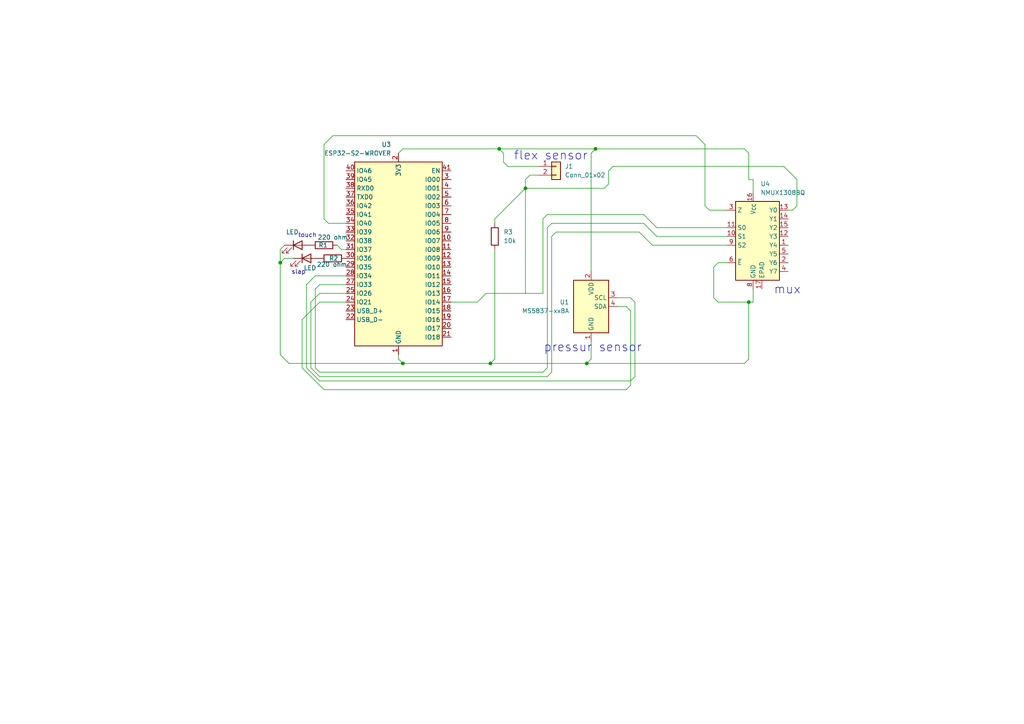
<source format=kicad_sch>
(kicad_sch
	(version 20250114)
	(generator "eeschema")
	(generator_version "9.0")
	(uuid "4ef4c988-4f74-4596-b623-2a6250784810")
	(paper "A4")
	(lib_symbols
		(symbol "Analog_Switch:NMUX1308BQ"
			(exclude_from_sim no)
			(in_bom yes)
			(on_board yes)
			(property "Reference" "U"
				(at -5.08 11.684 0)
				(effects
					(font
						(size 1.27 1.27)
					)
					(justify left)
				)
			)
			(property "Value" "NMUX1308BQ"
				(at 1.27 11.684 0)
				(effects
					(font
						(size 1.27 1.27)
					)
					(justify left)
				)
			)
			(property "Footprint" "Package_DFN_QFN:DHVQFN-16-1EP_2.5x3.5mm_P0.5mm_EP1x2mm"
				(at 0 -22.86 0)
				(effects
					(font
						(size 1.27 1.27)
						(italic yes)
					)
					(hide yes)
				)
			)
			(property "Datasheet" "https://assets.nexperia.com/documents/data-sheet/NMUX1308.pdf"
				(at 0 -24.892 0)
				(effects
					(font
						(size 1.27 1.27)
					)
					(hide yes)
				)
			)
			(property "Description" "8-channel analog switch multiplexer and demultiplexer with injection-current control, 1.5..5.5V supply voltage, DHVQFN-16"
				(at 0 -20.828 0)
				(effects
					(font
						(size 1.27 1.27)
					)
					(hide yes)
				)
			)
			(property "ki_keywords" "mux demux CMOS 4851 4051 NMUX1308BQ-Q100"
				(at 0 0 0)
				(effects
					(font
						(size 1.27 1.27)
					)
					(hide yes)
				)
			)
			(property "ki_fp_filters" "DHVQFN*2.5x3.5mm*P0.5mm*EP1*x2*"
				(at 0 0 0)
				(effects
					(font
						(size 1.27 1.27)
					)
					(hide yes)
				)
			)
			(symbol "NMUX1308BQ_0_1"
				(rectangle
					(start -5.08 10.16)
					(end 7.62 -12.7)
					(stroke
						(width 0.254)
						(type default)
					)
					(fill
						(type background)
					)
				)
			)
			(symbol "NMUX1308BQ_1_1"
				(pin passive line
					(at -7.62 7.62 0)
					(length 2.54)
					(name "Z"
						(effects
							(font
								(size 1.27 1.27)
							)
						)
					)
					(number "3"
						(effects
							(font
								(size 1.27 1.27)
							)
						)
					)
				)
				(pin input line
					(at -7.62 2.54 0)
					(length 2.54)
					(name "S0"
						(effects
							(font
								(size 1.27 1.27)
							)
						)
					)
					(number "11"
						(effects
							(font
								(size 1.27 1.27)
							)
						)
					)
				)
				(pin input line
					(at -7.62 0 0)
					(length 2.54)
					(name "S1"
						(effects
							(font
								(size 1.27 1.27)
							)
						)
					)
					(number "10"
						(effects
							(font
								(size 1.27 1.27)
							)
						)
					)
				)
				(pin input line
					(at -7.62 -2.54 0)
					(length 2.54)
					(name "S2"
						(effects
							(font
								(size 1.27 1.27)
							)
						)
					)
					(number "9"
						(effects
							(font
								(size 1.27 1.27)
							)
						)
					)
				)
				(pin input line
					(at -7.62 -7.62 0)
					(length 2.54)
					(name "~{E}"
						(effects
							(font
								(size 1.27 1.27)
							)
						)
					)
					(number "6"
						(effects
							(font
								(size 1.27 1.27)
							)
						)
					)
				)
				(pin no_connect line
					(at -5.08 -5.08 0)
					(length 2.54)
					(hide yes)
					(name "NC"
						(effects
							(font
								(size 1.27 1.27)
							)
						)
					)
					(number "7"
						(effects
							(font
								(size 1.27 1.27)
							)
						)
					)
				)
				(pin power_in line
					(at 0 12.7 270)
					(length 2.54)
					(name "V_{CC}"
						(effects
							(font
								(size 1.27 1.27)
							)
						)
					)
					(number "16"
						(effects
							(font
								(size 1.27 1.27)
							)
						)
					)
				)
				(pin power_in line
					(at 0 -15.24 90)
					(length 2.54)
					(name "GND"
						(effects
							(font
								(size 1.27 1.27)
							)
						)
					)
					(number "8"
						(effects
							(font
								(size 1.27 1.27)
							)
						)
					)
				)
				(pin power_in line
					(at 2.54 -15.24 90)
					(length 2.54)
					(name "EPAD"
						(effects
							(font
								(size 1.27 1.27)
							)
						)
					)
					(number "17"
						(effects
							(font
								(size 1.27 1.27)
							)
						)
					)
				)
				(pin passive line
					(at 10.16 7.62 180)
					(length 2.54)
					(name "Y0"
						(effects
							(font
								(size 1.27 1.27)
							)
						)
					)
					(number "13"
						(effects
							(font
								(size 1.27 1.27)
							)
						)
					)
				)
				(pin passive line
					(at 10.16 5.08 180)
					(length 2.54)
					(name "Y1"
						(effects
							(font
								(size 1.27 1.27)
							)
						)
					)
					(number "14"
						(effects
							(font
								(size 1.27 1.27)
							)
						)
					)
				)
				(pin passive line
					(at 10.16 2.54 180)
					(length 2.54)
					(name "Y2"
						(effects
							(font
								(size 1.27 1.27)
							)
						)
					)
					(number "15"
						(effects
							(font
								(size 1.27 1.27)
							)
						)
					)
				)
				(pin passive line
					(at 10.16 0 180)
					(length 2.54)
					(name "Y3"
						(effects
							(font
								(size 1.27 1.27)
							)
						)
					)
					(number "12"
						(effects
							(font
								(size 1.27 1.27)
							)
						)
					)
				)
				(pin passive line
					(at 10.16 -2.54 180)
					(length 2.54)
					(name "Y4"
						(effects
							(font
								(size 1.27 1.27)
							)
						)
					)
					(number "1"
						(effects
							(font
								(size 1.27 1.27)
							)
						)
					)
				)
				(pin passive line
					(at 10.16 -5.08 180)
					(length 2.54)
					(name "Y5"
						(effects
							(font
								(size 1.27 1.27)
							)
						)
					)
					(number "5"
						(effects
							(font
								(size 1.27 1.27)
							)
						)
					)
				)
				(pin passive line
					(at 10.16 -7.62 180)
					(length 2.54)
					(name "Y6"
						(effects
							(font
								(size 1.27 1.27)
							)
						)
					)
					(number "2"
						(effects
							(font
								(size 1.27 1.27)
							)
						)
					)
				)
				(pin passive line
					(at 10.16 -10.16 180)
					(length 2.54)
					(name "Y7"
						(effects
							(font
								(size 1.27 1.27)
							)
						)
					)
					(number "4"
						(effects
							(font
								(size 1.27 1.27)
							)
						)
					)
				)
			)
			(embedded_fonts no)
		)
		(symbol "Connector_Generic:Conn_01x02"
			(pin_names
				(offset 1.016)
				(hide yes)
			)
			(exclude_from_sim no)
			(in_bom yes)
			(on_board yes)
			(property "Reference" "J"
				(at 0 2.54 0)
				(effects
					(font
						(size 1.27 1.27)
					)
				)
			)
			(property "Value" "Conn_01x02"
				(at 0 -5.08 0)
				(effects
					(font
						(size 1.27 1.27)
					)
				)
			)
			(property "Footprint" ""
				(at 0 0 0)
				(effects
					(font
						(size 1.27 1.27)
					)
					(hide yes)
				)
			)
			(property "Datasheet" "~"
				(at 0 0 0)
				(effects
					(font
						(size 1.27 1.27)
					)
					(hide yes)
				)
			)
			(property "Description" "Generic connector, single row, 01x02, script generated (kicad-library-utils/schlib/autogen/connector/)"
				(at 0 0 0)
				(effects
					(font
						(size 1.27 1.27)
					)
					(hide yes)
				)
			)
			(property "ki_keywords" "connector"
				(at 0 0 0)
				(effects
					(font
						(size 1.27 1.27)
					)
					(hide yes)
				)
			)
			(property "ki_fp_filters" "Connector*:*_1x??_*"
				(at 0 0 0)
				(effects
					(font
						(size 1.27 1.27)
					)
					(hide yes)
				)
			)
			(symbol "Conn_01x02_1_1"
				(rectangle
					(start -1.27 1.27)
					(end 1.27 -3.81)
					(stroke
						(width 0.254)
						(type default)
					)
					(fill
						(type background)
					)
				)
				(rectangle
					(start -1.27 0.127)
					(end 0 -0.127)
					(stroke
						(width 0.1524)
						(type default)
					)
					(fill
						(type none)
					)
				)
				(rectangle
					(start -1.27 -2.413)
					(end 0 -2.667)
					(stroke
						(width 0.1524)
						(type default)
					)
					(fill
						(type none)
					)
				)
				(pin passive line
					(at -5.08 0 0)
					(length 3.81)
					(name "Pin_1"
						(effects
							(font
								(size 1.27 1.27)
							)
						)
					)
					(number "1"
						(effects
							(font
								(size 1.27 1.27)
							)
						)
					)
				)
				(pin passive line
					(at -5.08 -2.54 0)
					(length 3.81)
					(name "Pin_2"
						(effects
							(font
								(size 1.27 1.27)
							)
						)
					)
					(number "2"
						(effects
							(font
								(size 1.27 1.27)
							)
						)
					)
				)
			)
			(embedded_fonts no)
		)
		(symbol "Device:LED"
			(pin_numbers
				(hide yes)
			)
			(pin_names
				(offset 1.016)
				(hide yes)
			)
			(exclude_from_sim no)
			(in_bom yes)
			(on_board yes)
			(property "Reference" "D"
				(at 0 2.54 0)
				(effects
					(font
						(size 1.27 1.27)
					)
				)
			)
			(property "Value" "LED"
				(at 0 -2.54 0)
				(effects
					(font
						(size 1.27 1.27)
					)
				)
			)
			(property "Footprint" ""
				(at 0 0 0)
				(effects
					(font
						(size 1.27 1.27)
					)
					(hide yes)
				)
			)
			(property "Datasheet" "~"
				(at 0 0 0)
				(effects
					(font
						(size 1.27 1.27)
					)
					(hide yes)
				)
			)
			(property "Description" "Light emitting diode"
				(at 0 0 0)
				(effects
					(font
						(size 1.27 1.27)
					)
					(hide yes)
				)
			)
			(property "Sim.Pins" "1=K 2=A"
				(at 0 0 0)
				(effects
					(font
						(size 1.27 1.27)
					)
					(hide yes)
				)
			)
			(property "ki_keywords" "LED diode"
				(at 0 0 0)
				(effects
					(font
						(size 1.27 1.27)
					)
					(hide yes)
				)
			)
			(property "ki_fp_filters" "LED* LED_SMD:* LED_THT:*"
				(at 0 0 0)
				(effects
					(font
						(size 1.27 1.27)
					)
					(hide yes)
				)
			)
			(symbol "LED_0_1"
				(polyline
					(pts
						(xy -3.048 -0.762) (xy -4.572 -2.286) (xy -3.81 -2.286) (xy -4.572 -2.286) (xy -4.572 -1.524)
					)
					(stroke
						(width 0)
						(type default)
					)
					(fill
						(type none)
					)
				)
				(polyline
					(pts
						(xy -1.778 -0.762) (xy -3.302 -2.286) (xy -2.54 -2.286) (xy -3.302 -2.286) (xy -3.302 -1.524)
					)
					(stroke
						(width 0)
						(type default)
					)
					(fill
						(type none)
					)
				)
				(polyline
					(pts
						(xy -1.27 0) (xy 1.27 0)
					)
					(stroke
						(width 0)
						(type default)
					)
					(fill
						(type none)
					)
				)
				(polyline
					(pts
						(xy -1.27 -1.27) (xy -1.27 1.27)
					)
					(stroke
						(width 0.254)
						(type default)
					)
					(fill
						(type none)
					)
				)
				(polyline
					(pts
						(xy 1.27 -1.27) (xy 1.27 1.27) (xy -1.27 0) (xy 1.27 -1.27)
					)
					(stroke
						(width 0.254)
						(type default)
					)
					(fill
						(type none)
					)
				)
			)
			(symbol "LED_1_1"
				(pin passive line
					(at -3.81 0 0)
					(length 2.54)
					(name "K"
						(effects
							(font
								(size 1.27 1.27)
							)
						)
					)
					(number "1"
						(effects
							(font
								(size 1.27 1.27)
							)
						)
					)
				)
				(pin passive line
					(at 3.81 0 180)
					(length 2.54)
					(name "A"
						(effects
							(font
								(size 1.27 1.27)
							)
						)
					)
					(number "2"
						(effects
							(font
								(size 1.27 1.27)
							)
						)
					)
				)
			)
			(embedded_fonts no)
		)
		(symbol "Device:R"
			(pin_numbers
				(hide yes)
			)
			(pin_names
				(offset 0)
			)
			(exclude_from_sim no)
			(in_bom yes)
			(on_board yes)
			(property "Reference" "R"
				(at 2.032 0 90)
				(effects
					(font
						(size 1.27 1.27)
					)
				)
			)
			(property "Value" "R"
				(at 0 0 90)
				(effects
					(font
						(size 1.27 1.27)
					)
				)
			)
			(property "Footprint" ""
				(at -1.778 0 90)
				(effects
					(font
						(size 1.27 1.27)
					)
					(hide yes)
				)
			)
			(property "Datasheet" "~"
				(at 0 0 0)
				(effects
					(font
						(size 1.27 1.27)
					)
					(hide yes)
				)
			)
			(property "Description" "Resistor"
				(at 0 0 0)
				(effects
					(font
						(size 1.27 1.27)
					)
					(hide yes)
				)
			)
			(property "ki_keywords" "R res resistor"
				(at 0 0 0)
				(effects
					(font
						(size 1.27 1.27)
					)
					(hide yes)
				)
			)
			(property "ki_fp_filters" "R_*"
				(at 0 0 0)
				(effects
					(font
						(size 1.27 1.27)
					)
					(hide yes)
				)
			)
			(symbol "R_0_1"
				(rectangle
					(start -1.016 -2.54)
					(end 1.016 2.54)
					(stroke
						(width 0.254)
						(type default)
					)
					(fill
						(type none)
					)
				)
			)
			(symbol "R_1_1"
				(pin passive line
					(at 0 3.81 270)
					(length 1.27)
					(name "~"
						(effects
							(font
								(size 1.27 1.27)
							)
						)
					)
					(number "1"
						(effects
							(font
								(size 1.27 1.27)
							)
						)
					)
				)
				(pin passive line
					(at 0 -3.81 90)
					(length 1.27)
					(name "~"
						(effects
							(font
								(size 1.27 1.27)
							)
						)
					)
					(number "2"
						(effects
							(font
								(size 1.27 1.27)
							)
						)
					)
				)
			)
			(embedded_fonts no)
		)
		(symbol "RF_Module:ESP32-S2-WROVER"
			(exclude_from_sim no)
			(in_bom yes)
			(on_board yes)
			(property "Reference" "U"
				(at -12.7 29.21 0)
				(effects
					(font
						(size 1.27 1.27)
					)
					(justify left)
				)
			)
			(property "Value" "ESP32-S2-WROVER"
				(at 2.54 29.21 0)
				(effects
					(font
						(size 1.27 1.27)
					)
					(justify left)
				)
			)
			(property "Footprint" "RF_Module:ESP32-S2-WROVER"
				(at 19.05 -29.21 0)
				(effects
					(font
						(size 1.27 1.27)
					)
					(hide yes)
				)
			)
			(property "Datasheet" "https://www.espressif.com/sites/default/files/documentation/esp32-s2-wroom_esp32-s2-wroom-i_datasheet_en.pdf"
				(at -7.62 -20.32 0)
				(effects
					(font
						(size 1.27 1.27)
					)
					(hide yes)
				)
			)
			(property "Description" "RF Module, ESP32-D0WDQ6 SoC, Wi-Fi 802.11b/g/n, 32-bit, 2.7-3.6V, onboard antenna, SMD"
				(at 0 0 0)
				(effects
					(font
						(size 1.27 1.27)
					)
					(hide yes)
				)
			)
			(property "ki_keywords" "RF Radio ESP ESP32 Espressif onboard PCB antenna"
				(at 0 0 0)
				(effects
					(font
						(size 1.27 1.27)
					)
					(hide yes)
				)
			)
			(property "ki_fp_filters" "ESP32?S2?WROVER*"
				(at 0 0 0)
				(effects
					(font
						(size 1.27 1.27)
					)
					(hide yes)
				)
			)
			(symbol "ESP32-S2-WROVER_0_1"
				(rectangle
					(start -12.7 27.94)
					(end 12.7 -25.4)
					(stroke
						(width 0.254)
						(type default)
					)
					(fill
						(type background)
					)
				)
			)
			(symbol "ESP32-S2-WROVER_1_1"
				(pin input line
					(at -15.24 25.4 0)
					(length 2.54)
					(name "EN"
						(effects
							(font
								(size 1.27 1.27)
							)
						)
					)
					(number "41"
						(effects
							(font
								(size 1.27 1.27)
							)
						)
					)
				)
				(pin bidirectional line
					(at -15.24 22.86 0)
					(length 2.54)
					(name "IO00"
						(effects
							(font
								(size 1.27 1.27)
							)
						)
					)
					(number "3"
						(effects
							(font
								(size 1.27 1.27)
							)
						)
					)
				)
				(pin bidirectional line
					(at -15.24 20.32 0)
					(length 2.54)
					(name "IO01"
						(effects
							(font
								(size 1.27 1.27)
							)
						)
					)
					(number "4"
						(effects
							(font
								(size 1.27 1.27)
							)
						)
					)
				)
				(pin bidirectional line
					(at -15.24 17.78 0)
					(length 2.54)
					(name "IO02"
						(effects
							(font
								(size 1.27 1.27)
							)
						)
					)
					(number "5"
						(effects
							(font
								(size 1.27 1.27)
							)
						)
					)
				)
				(pin bidirectional line
					(at -15.24 15.24 0)
					(length 2.54)
					(name "IO03"
						(effects
							(font
								(size 1.27 1.27)
							)
						)
					)
					(number "6"
						(effects
							(font
								(size 1.27 1.27)
							)
						)
					)
				)
				(pin bidirectional line
					(at -15.24 12.7 0)
					(length 2.54)
					(name "IO04"
						(effects
							(font
								(size 1.27 1.27)
							)
						)
					)
					(number "7"
						(effects
							(font
								(size 1.27 1.27)
							)
						)
					)
				)
				(pin bidirectional line
					(at -15.24 10.16 0)
					(length 2.54)
					(name "IO05"
						(effects
							(font
								(size 1.27 1.27)
							)
						)
					)
					(number "8"
						(effects
							(font
								(size 1.27 1.27)
							)
						)
					)
				)
				(pin bidirectional line
					(at -15.24 7.62 0)
					(length 2.54)
					(name "IO06"
						(effects
							(font
								(size 1.27 1.27)
							)
						)
					)
					(number "9"
						(effects
							(font
								(size 1.27 1.27)
							)
						)
					)
				)
				(pin bidirectional line
					(at -15.24 5.08 0)
					(length 2.54)
					(name "IO07"
						(effects
							(font
								(size 1.27 1.27)
							)
						)
					)
					(number "10"
						(effects
							(font
								(size 1.27 1.27)
							)
						)
					)
				)
				(pin bidirectional line
					(at -15.24 2.54 0)
					(length 2.54)
					(name "IO08"
						(effects
							(font
								(size 1.27 1.27)
							)
						)
					)
					(number "11"
						(effects
							(font
								(size 1.27 1.27)
							)
						)
					)
				)
				(pin bidirectional line
					(at -15.24 0 0)
					(length 2.54)
					(name "IO09"
						(effects
							(font
								(size 1.27 1.27)
							)
						)
					)
					(number "12"
						(effects
							(font
								(size 1.27 1.27)
							)
						)
					)
				)
				(pin bidirectional line
					(at -15.24 -2.54 0)
					(length 2.54)
					(name "IO10"
						(effects
							(font
								(size 1.27 1.27)
							)
						)
					)
					(number "13"
						(effects
							(font
								(size 1.27 1.27)
							)
						)
					)
				)
				(pin bidirectional line
					(at -15.24 -5.08 0)
					(length 2.54)
					(name "IO11"
						(effects
							(font
								(size 1.27 1.27)
							)
						)
					)
					(number "14"
						(effects
							(font
								(size 1.27 1.27)
							)
						)
					)
				)
				(pin bidirectional line
					(at -15.24 -7.62 0)
					(length 2.54)
					(name "IO12"
						(effects
							(font
								(size 1.27 1.27)
							)
						)
					)
					(number "15"
						(effects
							(font
								(size 1.27 1.27)
							)
						)
					)
				)
				(pin bidirectional line
					(at -15.24 -10.16 0)
					(length 2.54)
					(name "IO13"
						(effects
							(font
								(size 1.27 1.27)
							)
						)
					)
					(number "16"
						(effects
							(font
								(size 1.27 1.27)
							)
						)
					)
				)
				(pin bidirectional line
					(at -15.24 -12.7 0)
					(length 2.54)
					(name "IO14"
						(effects
							(font
								(size 1.27 1.27)
							)
						)
					)
					(number "17"
						(effects
							(font
								(size 1.27 1.27)
							)
						)
					)
				)
				(pin bidirectional line
					(at -15.24 -15.24 0)
					(length 2.54)
					(name "IO15"
						(effects
							(font
								(size 1.27 1.27)
							)
						)
					)
					(number "18"
						(effects
							(font
								(size 1.27 1.27)
							)
						)
					)
				)
				(pin bidirectional line
					(at -15.24 -17.78 0)
					(length 2.54)
					(name "IO16"
						(effects
							(font
								(size 1.27 1.27)
							)
						)
					)
					(number "19"
						(effects
							(font
								(size 1.27 1.27)
							)
						)
					)
				)
				(pin bidirectional line
					(at -15.24 -20.32 0)
					(length 2.54)
					(name "IO17"
						(effects
							(font
								(size 1.27 1.27)
							)
						)
					)
					(number "20"
						(effects
							(font
								(size 1.27 1.27)
							)
						)
					)
				)
				(pin bidirectional line
					(at -15.24 -22.86 0)
					(length 2.54)
					(name "IO18"
						(effects
							(font
								(size 1.27 1.27)
							)
						)
					)
					(number "21"
						(effects
							(font
								(size 1.27 1.27)
							)
						)
					)
				)
				(pin power_in line
					(at 0 30.48 270)
					(length 2.54)
					(name "3V3"
						(effects
							(font
								(size 1.27 1.27)
							)
						)
					)
					(number "2"
						(effects
							(font
								(size 1.27 1.27)
							)
						)
					)
				)
				(pin power_in line
					(at 0 -27.94 90)
					(length 2.54)
					(name "GND"
						(effects
							(font
								(size 1.27 1.27)
							)
						)
					)
					(number "1"
						(effects
							(font
								(size 1.27 1.27)
							)
						)
					)
				)
				(pin passive line
					(at 0 -27.94 90)
					(length 2.54)
					(hide yes)
					(name "GND"
						(effects
							(font
								(size 1.27 1.27)
							)
						)
					)
					(number "26"
						(effects
							(font
								(size 1.27 1.27)
							)
						)
					)
				)
				(pin passive line
					(at 0 -27.94 90)
					(length 2.54)
					(hide yes)
					(name "GND"
						(effects
							(font
								(size 1.27 1.27)
							)
						)
					)
					(number "42"
						(effects
							(font
								(size 1.27 1.27)
							)
						)
					)
				)
				(pin passive line
					(at 0 -27.94 90)
					(length 2.54)
					(hide yes)
					(name "GND"
						(effects
							(font
								(size 1.27 1.27)
							)
						)
					)
					(number "43"
						(effects
							(font
								(size 1.27 1.27)
							)
						)
					)
				)
				(pin input line
					(at 15.24 25.4 180)
					(length 2.54)
					(name "IO46"
						(effects
							(font
								(size 1.27 1.27)
							)
						)
					)
					(number "40"
						(effects
							(font
								(size 1.27 1.27)
							)
						)
					)
				)
				(pin bidirectional line
					(at 15.24 22.86 180)
					(length 2.54)
					(name "IO45"
						(effects
							(font
								(size 1.27 1.27)
							)
						)
					)
					(number "39"
						(effects
							(font
								(size 1.27 1.27)
							)
						)
					)
				)
				(pin bidirectional line
					(at 15.24 20.32 180)
					(length 2.54)
					(name "RXD0"
						(effects
							(font
								(size 1.27 1.27)
							)
						)
					)
					(number "38"
						(effects
							(font
								(size 1.27 1.27)
							)
						)
					)
				)
				(pin bidirectional line
					(at 15.24 17.78 180)
					(length 2.54)
					(name "TXD0"
						(effects
							(font
								(size 1.27 1.27)
							)
						)
					)
					(number "37"
						(effects
							(font
								(size 1.27 1.27)
							)
						)
					)
				)
				(pin bidirectional line
					(at 15.24 15.24 180)
					(length 2.54)
					(name "IO42"
						(effects
							(font
								(size 1.27 1.27)
							)
						)
					)
					(number "36"
						(effects
							(font
								(size 1.27 1.27)
							)
						)
					)
				)
				(pin bidirectional line
					(at 15.24 12.7 180)
					(length 2.54)
					(name "IO41"
						(effects
							(font
								(size 1.27 1.27)
							)
						)
					)
					(number "35"
						(effects
							(font
								(size 1.27 1.27)
							)
						)
					)
				)
				(pin bidirectional line
					(at 15.24 10.16 180)
					(length 2.54)
					(name "IO40"
						(effects
							(font
								(size 1.27 1.27)
							)
						)
					)
					(number "34"
						(effects
							(font
								(size 1.27 1.27)
							)
						)
					)
				)
				(pin bidirectional line
					(at 15.24 7.62 180)
					(length 2.54)
					(name "IO39"
						(effects
							(font
								(size 1.27 1.27)
							)
						)
					)
					(number "33"
						(effects
							(font
								(size 1.27 1.27)
							)
						)
					)
				)
				(pin bidirectional line
					(at 15.24 5.08 180)
					(length 2.54)
					(name "IO38"
						(effects
							(font
								(size 1.27 1.27)
							)
						)
					)
					(number "32"
						(effects
							(font
								(size 1.27 1.27)
							)
						)
					)
				)
				(pin bidirectional line
					(at 15.24 2.54 180)
					(length 2.54)
					(name "IO37"
						(effects
							(font
								(size 1.27 1.27)
							)
						)
					)
					(number "31"
						(effects
							(font
								(size 1.27 1.27)
							)
						)
					)
				)
				(pin bidirectional line
					(at 15.24 0 180)
					(length 2.54)
					(name "IO36"
						(effects
							(font
								(size 1.27 1.27)
							)
						)
					)
					(number "30"
						(effects
							(font
								(size 1.27 1.27)
							)
						)
					)
				)
				(pin bidirectional line
					(at 15.24 -2.54 180)
					(length 2.54)
					(name "IO35"
						(effects
							(font
								(size 1.27 1.27)
							)
						)
					)
					(number "29"
						(effects
							(font
								(size 1.27 1.27)
							)
						)
					)
				)
				(pin bidirectional line
					(at 15.24 -5.08 180)
					(length 2.54)
					(name "IO34"
						(effects
							(font
								(size 1.27 1.27)
							)
						)
					)
					(number "28"
						(effects
							(font
								(size 1.27 1.27)
							)
						)
					)
				)
				(pin bidirectional line
					(at 15.24 -7.62 180)
					(length 2.54)
					(name "IO33"
						(effects
							(font
								(size 1.27 1.27)
							)
						)
					)
					(number "27"
						(effects
							(font
								(size 1.27 1.27)
							)
						)
					)
				)
				(pin bidirectional line
					(at 15.24 -10.16 180)
					(length 2.54)
					(name "IO26"
						(effects
							(font
								(size 1.27 1.27)
							)
						)
					)
					(number "25"
						(effects
							(font
								(size 1.27 1.27)
							)
						)
					)
				)
				(pin bidirectional line
					(at 15.24 -12.7 180)
					(length 2.54)
					(name "IO21"
						(effects
							(font
								(size 1.27 1.27)
							)
						)
					)
					(number "24"
						(effects
							(font
								(size 1.27 1.27)
							)
						)
					)
				)
				(pin bidirectional line
					(at 15.24 -15.24 180)
					(length 2.54)
					(name "USB_D+"
						(effects
							(font
								(size 1.27 1.27)
							)
						)
					)
					(number "23"
						(effects
							(font
								(size 1.27 1.27)
							)
						)
					)
				)
				(pin bidirectional line
					(at 15.24 -17.78 180)
					(length 2.54)
					(name "USB_D-"
						(effects
							(font
								(size 1.27 1.27)
							)
						)
					)
					(number "22"
						(effects
							(font
								(size 1.27 1.27)
							)
						)
					)
				)
			)
			(embedded_fonts no)
		)
		(symbol "Sensor_Pressure:MS5837-xxBA"
			(exclude_from_sim no)
			(in_bom yes)
			(on_board yes)
			(property "Reference" "U"
				(at 1.27 11.43 0)
				(effects
					(font
						(size 1.27 1.27)
					)
					(justify left)
				)
			)
			(property "Value" "MS5837-xxBA"
				(at 1.27 8.89 0)
				(effects
					(font
						(size 1.27 1.27)
					)
					(justify left)
				)
			)
			(property "Footprint" "Sensor_Pressure:TE_MS5837-xxBA"
				(at 0 0 0)
				(effects
					(font
						(size 1.27 1.27)
					)
					(hide yes)
				)
			)
			(property "Datasheet" "https://www.te.com/commerce/DocumentDelivery/DDEController?Action=showdoc&DocId=Data+Sheet%7FMS5837-30BA%7FB1%7Fpdf%7FEnglish%7FENG_DS_MS5837-30BA_B1.pdf%7FCAT-BLPS0017"
				(at 0 -2.54 0)
				(effects
					(font
						(size 1.27 1.27)
					)
					(hide yes)
				)
			)
			(property "Description" "Ultra-small, gel-filled, pressure sensor with stainless steel cap"
				(at 0 0 0)
				(effects
					(font
						(size 1.27 1.27)
					)
					(hide yes)
				)
			)
			(property "ki_keywords" "pressure sensor"
				(at 0 0 0)
				(effects
					(font
						(size 1.27 1.27)
					)
					(hide yes)
				)
			)
			(property "ki_fp_filters" "TE_MS5837*BA*"
				(at 0 0 0)
				(effects
					(font
						(size 1.27 1.27)
					)
					(hide yes)
				)
			)
			(symbol "MS5837-xxBA_0_1"
				(rectangle
					(start -5.08 7.62)
					(end 5.08 -7.62)
					(stroke
						(width 0.254)
						(type default)
					)
					(fill
						(type background)
					)
				)
			)
			(symbol "MS5837-xxBA_1_1"
				(pin power_in line
					(at 0 10.16 270)
					(length 2.54)
					(name "VDD"
						(effects
							(font
								(size 1.27 1.27)
							)
						)
					)
					(number "2"
						(effects
							(font
								(size 1.27 1.27)
							)
						)
					)
				)
				(pin power_in line
					(at 0 -10.16 90)
					(length 2.54)
					(name "GND"
						(effects
							(font
								(size 1.27 1.27)
							)
						)
					)
					(number "1"
						(effects
							(font
								(size 1.27 1.27)
							)
						)
					)
				)
				(pin passive line
					(at 7.62 2.54 180)
					(length 2.54)
					(name "SCL"
						(effects
							(font
								(size 1.27 1.27)
							)
						)
					)
					(number "3"
						(effects
							(font
								(size 1.27 1.27)
							)
						)
					)
				)
				(pin bidirectional line
					(at 7.62 0 180)
					(length 2.54)
					(name "SDA"
						(effects
							(font
								(size 1.27 1.27)
							)
						)
					)
					(number "4"
						(effects
							(font
								(size 1.27 1.27)
							)
						)
					)
				)
			)
			(embedded_fonts no)
		)
	)
	(text "touch"
		(exclude_from_sim no)
		(at 89.154 68.326 0)
		(effects
			(font
				(size 1.27 1.27)
			)
		)
		(uuid "39bfca1e-c86d-4d04-b28a-7c0e1bb42727")
	)
	(text "slap"
		(exclude_from_sim no)
		(at 86.614 78.994 0)
		(effects
			(font
				(size 1.27 1.27)
			)
		)
		(uuid "7f3149ea-6aa4-43f1-b477-5fce4cf1c3e1")
	)
	(text "mux"
		(exclude_from_sim no)
		(at 228.346 84.074 0)
		(effects
			(font
				(size 2.54 2.54)
			)
		)
		(uuid "d38baf60-e207-4e9b-b487-5becda7ecc52")
	)
	(text "pressur sensor\n"
		(exclude_from_sim no)
		(at 171.958 100.838 0)
		(effects
			(font
				(size 2.54 2.54)
			)
		)
		(uuid "da22fb37-ed82-4669-8d81-6c07eba325ca")
	)
	(text "flex sensor"
		(exclude_from_sim no)
		(at 159.766 45.212 0)
		(effects
			(font
				(size 2.54 2.54)
			)
		)
		(uuid "ff6db424-f55c-4e27-88e2-6b55e15d1ae9")
	)
	(junction
		(at 152.4 54.61)
		(diameter 0)
		(color 0 0 0 0)
		(uuid "319f73f2-18ad-4c9f-bd51-189170bf5cc0")
	)
	(junction
		(at 170.18 105.41)
		(diameter 0)
		(color 0 0 0 0)
		(uuid "3493ce09-fda1-4d72-8992-c83bbd867d84")
	)
	(junction
		(at 81.28 76.2)
		(diameter 0)
		(color 0 0 0 0)
		(uuid "6c0af985-e862-4f09-80d9-7405089b5d8f")
	)
	(junction
		(at 144.78 43.18)
		(diameter 0)
		(color 0 0 0 0)
		(uuid "c2b2b070-9f7a-4eb6-b8b0-cb7d9e0b7ad8")
	)
	(junction
		(at 217.17 87.63)
		(diameter 0)
		(color 0 0 0 0)
		(uuid "c69ae30e-cd27-4c8b-be81-27b469607f22")
	)
	(junction
		(at 116.84 105.41)
		(diameter 0)
		(color 0 0 0 0)
		(uuid "ce680187-780e-426a-a1ac-f0dbadea1b7f")
	)
	(junction
		(at 142.24 105.41)
		(diameter 0)
		(color 0 0 0 0)
		(uuid "d059df09-2875-43d5-9700-c505060828f9")
	)
	(junction
		(at 172.72 43.18)
		(diameter 0)
		(color 0 0 0 0)
		(uuid "fc1c3bd9-3374-43be-8aa6-823a79945236")
	)
	(wire
		(pts
			(xy 152.4 54.61) (xy 175.26 54.61)
		)
		(stroke
			(width 0)
			(type default)
		)
		(uuid "01af29b6-806a-4775-8a18-e2cbbbc6176a")
	)
	(wire
		(pts
			(xy 90.17 87.63) (xy 92.71 85.09)
		)
		(stroke
			(width 0)
			(type default)
		)
		(uuid "01f403a5-17bf-48e5-b06b-1e844497fd45")
	)
	(wire
		(pts
			(xy 160.02 64.77) (xy 158.75 66.04)
		)
		(stroke
			(width 0)
			(type default)
		)
		(uuid "039ad9c6-ba10-41e5-a3db-2c41404d2ba3")
	)
	(wire
		(pts
			(xy 153.67 50.8) (xy 152.4 52.07)
		)
		(stroke
			(width 0)
			(type default)
		)
		(uuid "03ff61ab-bae1-432a-944e-50289a4fea9c")
	)
	(wire
		(pts
			(xy 92.71 110.49) (xy 88.9 106.68)
		)
		(stroke
			(width 0)
			(type default)
		)
		(uuid "0457844e-f914-4d94-8e7f-e3d85923434e")
	)
	(wire
		(pts
			(xy 81.28 72.39) (xy 81.28 76.2)
		)
		(stroke
			(width 0)
			(type default)
		)
		(uuid "08aa238b-2e0c-452b-b38a-bccb751c368f")
	)
	(wire
		(pts
			(xy 130.81 87.63) (xy 138.43 87.63)
		)
		(stroke
			(width 0)
			(type default)
		)
		(uuid "095243b1-a438-4cdf-a6d2-96095076a439")
	)
	(wire
		(pts
			(xy 184.15 109.22) (xy 182.88 110.49)
		)
		(stroke
			(width 0)
			(type default)
		)
		(uuid "09dec31f-31b2-4510-9136-611513d7690b")
	)
	(wire
		(pts
			(xy 179.07 88.9) (xy 181.61 88.9)
		)
		(stroke
			(width 0)
			(type default)
		)
		(uuid "0b009ef4-669b-45f3-bec3-d014a1576490")
	)
	(wire
		(pts
			(xy 208.28 76.2) (xy 207.01 77.47)
		)
		(stroke
			(width 0)
			(type default)
		)
		(uuid "0c67bd32-95cd-46ec-97bb-a35ec129ef7b")
	)
	(wire
		(pts
			(xy 171.45 99.06) (xy 171.45 104.14)
		)
		(stroke
			(width 0)
			(type default)
		)
		(uuid "0ed9cf58-88a6-4342-9cea-792634db21ca")
	)
	(wire
		(pts
			(xy 95.25 64.77) (xy 100.33 64.77)
		)
		(stroke
			(width 0)
			(type default)
		)
		(uuid "1077c082-0552-494d-80d0-63f2b7caa121")
	)
	(wire
		(pts
			(xy 177.8 48.26) (xy 227.33 48.26)
		)
		(stroke
			(width 0)
			(type default)
		)
		(uuid "1173bac8-58ee-449e-a2fc-1b3d62aed126")
	)
	(wire
		(pts
			(xy 182.88 111.76) (xy 181.61 113.03)
		)
		(stroke
			(width 0)
			(type default)
		)
		(uuid "142afb6e-31e2-4590-a5ff-b7992ddea3ad")
	)
	(wire
		(pts
			(xy 82.55 74.93) (xy 81.28 76.2)
		)
		(stroke
			(width 0)
			(type default)
		)
		(uuid "17d33cdf-2f1a-4f66-9f8c-f570c8e00823")
	)
	(wire
		(pts
			(xy 177.8 48.26) (xy 176.53 49.53)
		)
		(stroke
			(width 0)
			(type default)
		)
		(uuid "19af1513-8aa5-4e6b-9ba0-5e9a06f8bf5b")
	)
	(wire
		(pts
			(xy 144.78 43.18) (xy 146.05 44.45)
		)
		(stroke
			(width 0)
			(type default)
		)
		(uuid "1a788917-f8d1-4541-9106-fe6b6dd80613")
	)
	(wire
		(pts
			(xy 92.71 109.22) (xy 90.17 106.68)
		)
		(stroke
			(width 0)
			(type default)
		)
		(uuid "1cd42cc6-53bb-4a98-ab47-6556d6df87f3")
	)
	(wire
		(pts
			(xy 81.28 76.2) (xy 81.28 102.87)
		)
		(stroke
			(width 0)
			(type default)
		)
		(uuid "1df17064-93ea-4953-a9e5-5860a695f33c")
	)
	(wire
		(pts
			(xy 172.72 43.18) (xy 215.9 43.18)
		)
		(stroke
			(width 0)
			(type default)
		)
		(uuid "1f9a8a90-908e-4fcf-bd9a-041d501e9e64")
	)
	(wire
		(pts
			(xy 96.52 39.37) (xy 201.93 39.37)
		)
		(stroke
			(width 0)
			(type default)
		)
		(uuid "2036ff2d-a113-4ff2-8220-08c382f9fcf6")
	)
	(wire
		(pts
			(xy 171.45 104.14) (xy 170.18 105.41)
		)
		(stroke
			(width 0)
			(type default)
		)
		(uuid "2149b203-4396-46dd-909e-e7ffa43d63cb")
	)
	(wire
		(pts
			(xy 90.17 87.63) (xy 90.17 106.68)
		)
		(stroke
			(width 0)
			(type default)
		)
		(uuid "22a57062-bb3c-40e6-9b16-4b6e29fe4cb4")
	)
	(wire
		(pts
			(xy 182.88 90.17) (xy 182.88 111.76)
		)
		(stroke
			(width 0)
			(type default)
		)
		(uuid "2426c66e-0a33-42a3-97d4-657187cd766d")
	)
	(wire
		(pts
			(xy 142.24 105.41) (xy 143.51 104.14)
		)
		(stroke
			(width 0)
			(type default)
		)
		(uuid "2572db2d-7a7d-4485-b364-61ee7e69c233")
	)
	(wire
		(pts
			(xy 171.45 78.74) (xy 171.45 44.45)
		)
		(stroke
			(width 0)
			(type default)
		)
		(uuid "27aa59d4-222b-4e0d-9f86-4e70895ed1fa")
	)
	(wire
		(pts
			(xy 115.57 44.45) (xy 116.84 43.18)
		)
		(stroke
			(width 0)
			(type default)
		)
		(uuid "2a464a41-712e-45be-b37b-3c54f9232463")
	)
	(wire
		(pts
			(xy 161.29 67.31) (xy 185.42 67.31)
		)
		(stroke
			(width 0)
			(type default)
		)
		(uuid "2be62654-e60a-4e3e-a5cd-bfdf85098bf2")
	)
	(wire
		(pts
			(xy 143.51 72.39) (xy 143.51 104.14)
		)
		(stroke
			(width 0)
			(type default)
		)
		(uuid "2e976fbd-9c8b-449a-81b6-dfa0f3eaf3a0")
	)
	(wire
		(pts
			(xy 208.28 87.63) (xy 217.17 87.63)
		)
		(stroke
			(width 0)
			(type default)
		)
		(uuid "2ef091c0-7328-462a-a590-ac76359755be")
	)
	(wire
		(pts
			(xy 181.61 113.03) (xy 93.98 113.03)
		)
		(stroke
			(width 0)
			(type default)
		)
		(uuid "3045aded-2ca2-404f-a443-006d642bab74")
	)
	(wire
		(pts
			(xy 91.44 83.82) (xy 92.71 82.55)
		)
		(stroke
			(width 0)
			(type default)
		)
		(uuid "33e521de-53c0-4bda-8a5a-144834399b36")
	)
	(wire
		(pts
			(xy 87.63 92.71) (xy 92.71 87.63)
		)
		(stroke
			(width 0)
			(type default)
		)
		(uuid "33ef8b7b-d3b6-456a-a23f-bfc0d86d9ad0")
	)
	(wire
		(pts
			(xy 143.51 64.77) (xy 143.51 63.5)
		)
		(stroke
			(width 0)
			(type default)
		)
		(uuid "3525a8ec-6bec-4303-b0f4-bf6f20bfd77d")
	)
	(wire
		(pts
			(xy 91.44 83.82) (xy 91.44 106.68)
		)
		(stroke
			(width 0)
			(type default)
		)
		(uuid "363dee49-ad2a-466a-90aa-17cd7a710521")
	)
	(wire
		(pts
			(xy 190.5 66.04) (xy 186.69 62.23)
		)
		(stroke
			(width 0)
			(type default)
		)
		(uuid "387fb7d9-64ef-4c22-9f3c-3f7c4e6fd644")
	)
	(wire
		(pts
			(xy 171.45 44.45) (xy 172.72 43.18)
		)
		(stroke
			(width 0)
			(type default)
		)
		(uuid "3deb0937-b40f-4358-9501-8b93cae50a92")
	)
	(wire
		(pts
			(xy 140.97 85.09) (xy 157.48 85.09)
		)
		(stroke
			(width 0)
			(type default)
		)
		(uuid "3e0d35f2-32ad-444f-a9d9-1d9d76a6b106")
	)
	(wire
		(pts
			(xy 138.43 87.63) (xy 140.97 85.09)
		)
		(stroke
			(width 0)
			(type default)
		)
		(uuid "3f4c1771-bb89-46df-990c-d4f463150397")
	)
	(wire
		(pts
			(xy 93.98 63.5) (xy 95.25 64.77)
		)
		(stroke
			(width 0)
			(type default)
		)
		(uuid "40d7d65b-60e5-49e4-85c7-3f442b147da3")
	)
	(wire
		(pts
			(xy 160.02 68.58) (xy 160.02 107.95)
		)
		(stroke
			(width 0)
			(type default)
		)
		(uuid "44728565-7957-4050-842b-61775c79c1fa")
	)
	(wire
		(pts
			(xy 147.32 48.26) (xy 146.05 46.99)
		)
		(stroke
			(width 0)
			(type default)
		)
		(uuid "45bc4e94-7555-412b-b2a7-5fa02ec3554a")
	)
	(wire
		(pts
			(xy 218.44 52.07) (xy 217.17 52.07)
		)
		(stroke
			(width 0)
			(type default)
		)
		(uuid "491b9d5a-4573-4277-b1d0-394383e64a42")
	)
	(wire
		(pts
			(xy 92.71 87.63) (xy 100.33 87.63)
		)
		(stroke
			(width 0)
			(type default)
		)
		(uuid "49a782e3-daf4-41fe-add1-6f822b8685ce")
	)
	(wire
		(pts
			(xy 210.82 66.04) (xy 190.5 66.04)
		)
		(stroke
			(width 0)
			(type default)
		)
		(uuid "4b28489c-e24f-4cfe-a021-2b5af074206d")
	)
	(wire
		(pts
			(xy 181.61 88.9) (xy 182.88 90.17)
		)
		(stroke
			(width 0)
			(type default)
		)
		(uuid "4b43cc64-77b3-4f02-a16c-41e732d2e7c8")
	)
	(wire
		(pts
			(xy 189.23 71.12) (xy 210.82 71.12)
		)
		(stroke
			(width 0)
			(type default)
		)
		(uuid "4be71cc1-f3ba-4ad1-ab39-5d8084980342")
	)
	(wire
		(pts
			(xy 92.71 107.95) (xy 91.44 106.68)
		)
		(stroke
			(width 0)
			(type default)
		)
		(uuid "4eae8953-d7bc-49a9-b9b5-f56ed940eeeb")
	)
	(wire
		(pts
			(xy 217.17 52.07) (xy 217.17 44.45)
		)
		(stroke
			(width 0)
			(type default)
		)
		(uuid "55188109-a7b3-446e-9a27-b528a86578c2")
	)
	(wire
		(pts
			(xy 229.87 60.96) (xy 231.14 59.69)
		)
		(stroke
			(width 0)
			(type default)
		)
		(uuid "5eca86e8-a946-4ba3-8c6e-481a002779aa")
	)
	(wire
		(pts
			(xy 93.98 41.91) (xy 93.98 63.5)
		)
		(stroke
			(width 0)
			(type default)
		)
		(uuid "6397e039-c4f1-4fb1-b8ee-8b8c6dbde336")
	)
	(wire
		(pts
			(xy 210.82 76.2) (xy 208.28 76.2)
		)
		(stroke
			(width 0)
			(type default)
		)
		(uuid "65e28d07-c605-4c82-92d8-e8c28511aa78")
	)
	(wire
		(pts
			(xy 231.14 59.69) (xy 231.14 52.07)
		)
		(stroke
			(width 0)
			(type default)
		)
		(uuid "67ac2ac0-c459-4136-bb55-30b4d50b7f29")
	)
	(wire
		(pts
			(xy 218.44 55.88) (xy 218.44 52.07)
		)
		(stroke
			(width 0)
			(type default)
		)
		(uuid "696f9f4e-a12f-490b-be27-0328cbe48f5b")
	)
	(wire
		(pts
			(xy 204.47 41.91) (xy 201.93 39.37)
		)
		(stroke
			(width 0)
			(type default)
		)
		(uuid "6d313a85-243a-4566-9f9f-ab6369b9af8f")
	)
	(wire
		(pts
			(xy 92.71 82.55) (xy 100.33 82.55)
		)
		(stroke
			(width 0)
			(type default)
		)
		(uuid "6d5726ae-999f-4e50-881d-fdb8e41042ab")
	)
	(wire
		(pts
			(xy 186.69 64.77) (xy 190.5 68.58)
		)
		(stroke
			(width 0)
			(type default)
		)
		(uuid "6db51981-7f08-45ab-abc7-596e314c9083")
	)
	(wire
		(pts
			(xy 144.78 43.18) (xy 172.72 43.18)
		)
		(stroke
			(width 0)
			(type default)
		)
		(uuid "6f982e83-cce7-4d5e-a550-5c09f52f0690")
	)
	(wire
		(pts
			(xy 158.75 106.68) (xy 157.48 107.95)
		)
		(stroke
			(width 0)
			(type default)
		)
		(uuid "729e1745-d0bb-4262-9163-368e6f1f1fb5")
	)
	(wire
		(pts
			(xy 160.02 107.95) (xy 158.75 109.22)
		)
		(stroke
			(width 0)
			(type default)
		)
		(uuid "7468738e-c9aa-4916-b19c-6651796fe23e")
	)
	(wire
		(pts
			(xy 146.05 44.45) (xy 146.05 46.99)
		)
		(stroke
			(width 0)
			(type default)
		)
		(uuid "767361c6-216c-49f0-bf49-594d6c763ff1")
	)
	(wire
		(pts
			(xy 85.09 74.93) (xy 82.55 74.93)
		)
		(stroke
			(width 0)
			(type default)
		)
		(uuid "78eed8d6-c7c8-4812-87cc-c1b7b8ba8f87")
	)
	(wire
		(pts
			(xy 231.14 52.07) (xy 227.33 48.26)
		)
		(stroke
			(width 0)
			(type default)
		)
		(uuid "793a4169-dfc5-4f23-a8d4-11c3b80f6913")
	)
	(wire
		(pts
			(xy 161.29 67.31) (xy 160.02 68.58)
		)
		(stroke
			(width 0)
			(type default)
		)
		(uuid "7b9d41e4-adc7-4bde-baca-47cc2660fb90")
	)
	(wire
		(pts
			(xy 88.9 82.55) (xy 88.9 106.68)
		)
		(stroke
			(width 0)
			(type default)
		)
		(uuid "7e53a957-c418-4245-bf88-6c8dafcf5400")
	)
	(wire
		(pts
			(xy 217.17 44.45) (xy 215.9 43.18)
		)
		(stroke
			(width 0)
			(type default)
		)
		(uuid "7f78a80b-2ce9-4675-bcdd-bb5f85b06fe9")
	)
	(wire
		(pts
			(xy 182.88 110.49) (xy 92.71 110.49)
		)
		(stroke
			(width 0)
			(type default)
		)
		(uuid "80bcc624-a496-445b-a7fd-a3e3e9088c71")
	)
	(wire
		(pts
			(xy 156.21 50.8) (xy 153.67 50.8)
		)
		(stroke
			(width 0)
			(type default)
		)
		(uuid "84713804-160e-4db1-8bdd-c10ce8933407")
	)
	(wire
		(pts
			(xy 217.17 87.63) (xy 217.17 104.14)
		)
		(stroke
			(width 0)
			(type default)
		)
		(uuid "8551b8ae-0139-4159-abdf-bcb840cece7d")
	)
	(wire
		(pts
			(xy 142.24 105.41) (xy 170.18 105.41)
		)
		(stroke
			(width 0)
			(type default)
		)
		(uuid "863b9a7c-2532-4cd9-bc7f-6b365208113a")
	)
	(wire
		(pts
			(xy 93.98 113.03) (xy 87.63 106.68)
		)
		(stroke
			(width 0)
			(type default)
		)
		(uuid "8ad72bb2-2ced-4411-b90f-c8ca165d358b")
	)
	(wire
		(pts
			(xy 82.55 71.12) (xy 81.28 72.39)
		)
		(stroke
			(width 0)
			(type default)
		)
		(uuid "8b142cbf-9802-4a78-938f-35bd42a38b2d")
	)
	(wire
		(pts
			(xy 179.07 86.36) (xy 182.88 86.36)
		)
		(stroke
			(width 0)
			(type default)
		)
		(uuid "8f598cba-2927-4ff6-b21d-ce1a6b821ca8")
	)
	(wire
		(pts
			(xy 99.06 72.39) (xy 97.79 71.12)
		)
		(stroke
			(width 0)
			(type default)
		)
		(uuid "90c83057-f65a-45e4-8ef4-fc8c212efd21")
	)
	(wire
		(pts
			(xy 176.53 53.34) (xy 175.26 54.61)
		)
		(stroke
			(width 0)
			(type default)
		)
		(uuid "94c9dad4-4683-4a12-a484-7f2167fbdd05")
	)
	(wire
		(pts
			(xy 205.74 60.96) (xy 210.82 60.96)
		)
		(stroke
			(width 0)
			(type default)
		)
		(uuid "94ef46ed-648a-47f7-85b1-923562cd057d")
	)
	(wire
		(pts
			(xy 116.84 105.41) (xy 142.24 105.41)
		)
		(stroke
			(width 0)
			(type default)
		)
		(uuid "9780e639-d9cd-461b-9d3a-d1dce828ae02")
	)
	(wire
		(pts
			(xy 207.01 77.47) (xy 207.01 86.36)
		)
		(stroke
			(width 0)
			(type default)
		)
		(uuid "9781e3e7-5752-462f-bbce-81ae6f615940")
	)
	(wire
		(pts
			(xy 157.48 63.5) (xy 157.48 85.09)
		)
		(stroke
			(width 0)
			(type default)
		)
		(uuid "9d9abd31-3b6e-463f-9249-82c523272cd0")
	)
	(wire
		(pts
			(xy 158.75 109.22) (xy 92.71 109.22)
		)
		(stroke
			(width 0)
			(type default)
		)
		(uuid "a06ba55f-5279-41b6-9296-e09745d8c838")
	)
	(wire
		(pts
			(xy 170.18 105.41) (xy 215.9 105.41)
		)
		(stroke
			(width 0)
			(type default)
		)
		(uuid "a31f2efd-fb85-4bcc-92d3-17b6990f86bd")
	)
	(wire
		(pts
			(xy 92.71 85.09) (xy 100.33 85.09)
		)
		(stroke
			(width 0)
			(type default)
		)
		(uuid "a340478f-9343-4c6c-a242-4b5185432572")
	)
	(wire
		(pts
			(xy 157.48 63.5) (xy 158.75 62.23)
		)
		(stroke
			(width 0)
			(type default)
		)
		(uuid "a6778790-4afa-485d-82e0-136b305abe38")
	)
	(wire
		(pts
			(xy 218.44 87.63) (xy 217.17 87.63)
		)
		(stroke
			(width 0)
			(type default)
		)
		(uuid "a7a2ed28-e77f-45c3-8456-61a7d0f8dec7")
	)
	(wire
		(pts
			(xy 152.4 54.61) (xy 152.4 85.09)
		)
		(stroke
			(width 0)
			(type default)
		)
		(uuid "b99242df-55df-4c78-9698-9134bf46ddf4")
	)
	(wire
		(pts
			(xy 156.21 48.26) (xy 147.32 48.26)
		)
		(stroke
			(width 0)
			(type default)
		)
		(uuid "b9a4cde5-9246-4dee-9b72-4e3b25e7e317")
	)
	(wire
		(pts
			(xy 116.84 43.18) (xy 144.78 43.18)
		)
		(stroke
			(width 0)
			(type default)
		)
		(uuid "ba9c0943-3fa1-48aa-bc9d-961c27a25173")
	)
	(wire
		(pts
			(xy 228.6 60.96) (xy 229.87 60.96)
		)
		(stroke
			(width 0)
			(type default)
		)
		(uuid "bae3eaa7-4095-433c-9623-182ec3ac5196")
	)
	(wire
		(pts
			(xy 160.02 64.77) (xy 186.69 64.77)
		)
		(stroke
			(width 0)
			(type default)
		)
		(uuid "bd71d007-87f8-433d-bcd4-38e5a153b254")
	)
	(wire
		(pts
			(xy 96.52 39.37) (xy 93.98 41.91)
		)
		(stroke
			(width 0)
			(type default)
		)
		(uuid "c26eef50-0c5f-4c98-aaa4-0cf82fc3a9d4")
	)
	(wire
		(pts
			(xy 81.28 102.87) (xy 83.82 105.41)
		)
		(stroke
			(width 0)
			(type default)
		)
		(uuid "c7c2ad2e-6260-4dc4-8379-830611a9df5f")
	)
	(wire
		(pts
			(xy 87.63 106.68) (xy 87.63 92.71)
		)
		(stroke
			(width 0)
			(type default)
		)
		(uuid "cd664153-69c1-4178-9353-f982aa347400")
	)
	(wire
		(pts
			(xy 176.53 49.53) (xy 176.53 53.34)
		)
		(stroke
			(width 0)
			(type default)
		)
		(uuid "ce905ee9-7d17-4dd3-8ad5-1de9b7ea43b7")
	)
	(wire
		(pts
			(xy 158.75 62.23) (xy 186.69 62.23)
		)
		(stroke
			(width 0)
			(type default)
		)
		(uuid "cfb27c67-0ed9-42a0-ba45-e75fb7091c09")
	)
	(wire
		(pts
			(xy 91.44 80.01) (xy 100.33 80.01)
		)
		(stroke
			(width 0)
			(type default)
		)
		(uuid "d759825e-d5a3-451c-bce6-df396e9acb20")
	)
	(wire
		(pts
			(xy 158.75 66.04) (xy 158.75 106.68)
		)
		(stroke
			(width 0)
			(type default)
		)
		(uuid "d7753628-c531-4b69-a6b6-615e8bee5c05")
	)
	(wire
		(pts
			(xy 115.57 102.87) (xy 115.57 104.14)
		)
		(stroke
			(width 0)
			(type default)
		)
		(uuid "d7dbb968-d7a0-4e51-898e-115f0ab12aad")
	)
	(wire
		(pts
			(xy 207.01 86.36) (xy 208.28 87.63)
		)
		(stroke
			(width 0)
			(type default)
		)
		(uuid "dac7f8a7-1539-435f-a33d-fbf2ace613c8")
	)
	(wire
		(pts
			(xy 99.06 72.39) (xy 100.33 72.39)
		)
		(stroke
			(width 0)
			(type default)
		)
		(uuid "df7441c2-b378-4cce-9ea7-8bbef7617577")
	)
	(wire
		(pts
			(xy 184.15 87.63) (xy 184.15 109.22)
		)
		(stroke
			(width 0)
			(type default)
		)
		(uuid "dfeaac12-3229-4aab-8349-735c433b92b7")
	)
	(wire
		(pts
			(xy 157.48 107.95) (xy 92.71 107.95)
		)
		(stroke
			(width 0)
			(type default)
		)
		(uuid "e19cbea5-9989-45dc-b5b8-b03625e0e719")
	)
	(wire
		(pts
			(xy 152.4 52.07) (xy 152.4 54.61)
		)
		(stroke
			(width 0)
			(type default)
		)
		(uuid "e3c48a81-d393-4620-880f-31992764262d")
	)
	(wire
		(pts
			(xy 83.82 105.41) (xy 116.84 105.41)
		)
		(stroke
			(width 0)
			(type default)
		)
		(uuid "e48a08fa-3542-472d-9c9f-4358aa38c265")
	)
	(wire
		(pts
			(xy 182.88 86.36) (xy 184.15 87.63)
		)
		(stroke
			(width 0)
			(type default)
		)
		(uuid "e494d529-5da5-49e4-82cd-2c84c8d103ec")
	)
	(wire
		(pts
			(xy 217.17 104.14) (xy 215.9 105.41)
		)
		(stroke
			(width 0)
			(type default)
		)
		(uuid "e864cb2b-7f98-4491-a92d-afd06b269e53")
	)
	(wire
		(pts
			(xy 115.57 104.14) (xy 116.84 105.41)
		)
		(stroke
			(width 0)
			(type default)
		)
		(uuid "ef533588-fcbf-4eb9-b08f-adb7569da29c")
	)
	(wire
		(pts
			(xy 185.42 67.31) (xy 189.23 71.12)
		)
		(stroke
			(width 0)
			(type default)
		)
		(uuid "f028d947-0748-4422-857f-0fb16cff0ca2")
	)
	(wire
		(pts
			(xy 218.44 83.82) (xy 218.44 87.63)
		)
		(stroke
			(width 0)
			(type default)
		)
		(uuid "f14cdf99-5dc1-4af9-b75f-70deabad0b66")
	)
	(wire
		(pts
			(xy 204.47 59.69) (xy 204.47 41.91)
		)
		(stroke
			(width 0)
			(type default)
		)
		(uuid "f1732944-e65f-4a20-bd5d-965992b91ccf")
	)
	(wire
		(pts
			(xy 88.9 82.55) (xy 91.44 80.01)
		)
		(stroke
			(width 0)
			(type default)
		)
		(uuid "f31fa5cb-a4d0-476b-9d08-12b9b3d1c266")
	)
	(wire
		(pts
			(xy 190.5 68.58) (xy 210.82 68.58)
		)
		(stroke
			(width 0)
			(type default)
		)
		(uuid "f4bfdd63-9306-4ef8-81bf-796bfd57efe1")
	)
	(wire
		(pts
			(xy 143.51 63.5) (xy 152.4 54.61)
		)
		(stroke
			(width 0)
			(type default)
		)
		(uuid "fb0475db-14e3-44a1-abe0-ad57e8506863")
	)
	(wire
		(pts
			(xy 205.74 60.96) (xy 204.47 59.69)
		)
		(stroke
			(width 0)
			(type default)
		)
		(uuid "fd01a4c6-6b98-4b05-b32a-9a3f03f7cfcf")
	)
	(symbol
		(lib_id "RF_Module:ESP32-S2-WROVER")
		(at 115.57 74.93 0)
		(mirror y)
		(unit 1)
		(exclude_from_sim no)
		(in_bom yes)
		(on_board yes)
		(dnp no)
		(uuid "05cb01d2-1717-4855-bb19-ef09bc786ead")
		(property "Reference" "U3"
			(at 113.4267 41.91 0)
			(effects
				(font
					(size 1.27 1.27)
				)
				(justify left)
			)
		)
		(property "Value" "ESP32-S2-WROVER"
			(at 113.4267 44.45 0)
			(effects
				(font
					(size 1.27 1.27)
				)
				(justify left)
			)
		)
		(property "Footprint" "RF_Module:ESP32-S2-WROVER"
			(at 96.52 104.14 0)
			(effects
				(font
					(size 1.27 1.27)
				)
				(hide yes)
			)
		)
		(property "Datasheet" "https://www.espressif.com/sites/default/files/documentation/esp32-s2-wroom_esp32-s2-wroom-i_datasheet_en.pdf"
			(at 123.19 95.25 0)
			(effects
				(font
					(size 1.27 1.27)
				)
				(hide yes)
			)
		)
		(property "Description" "RF Module, ESP32-D0WDQ6 SoC, Wi-Fi 802.11b/g/n, 32-bit, 2.7-3.6V, onboard antenna, SMD"
			(at 115.57 74.93 0)
			(effects
				(font
					(size 1.27 1.27)
				)
				(hide yes)
			)
		)
		(pin "19"
			(uuid "d76b68fd-e9af-479e-86df-c1beccbdbe39")
		)
		(pin "7"
			(uuid "b3ba7f07-f83a-4968-9244-ab42f7314970")
		)
		(pin "9"
			(uuid "c79367a4-7c2f-4fbb-89fe-5f9b27003641")
		)
		(pin "12"
			(uuid "f6b335e2-4d34-44d2-b4cb-1d4e85df415b")
		)
		(pin "15"
			(uuid "2919aa87-6ee4-463f-b622-f1c963d455a0")
		)
		(pin "13"
			(uuid "10682129-8c59-4de6-ba01-01a0c84aea47")
		)
		(pin "5"
			(uuid "b5d8eb9e-29ae-42f2-9e25-8a075a42d685")
		)
		(pin "3"
			(uuid "0c9540a8-938e-49ac-a980-52bfd8dcb70f")
		)
		(pin "6"
			(uuid "0f048882-f568-4147-b2ef-4d12b053d848")
		)
		(pin "10"
			(uuid "6b02a81a-50eb-4066-8332-85792e856df3")
		)
		(pin "11"
			(uuid "f02f7e0c-d416-484a-a36e-c563d68a0d92")
		)
		(pin "8"
			(uuid "ebb4412f-95cb-4903-a520-e45f901595d3")
		)
		(pin "14"
			(uuid "68454ab8-a7e3-4040-b020-008f6deccc81")
		)
		(pin "16"
			(uuid "03475f7b-bfb8-47e5-930a-608f11d7781e")
		)
		(pin "41"
			(uuid "5ff8d30d-a68c-4711-bd7d-9137ee8847e5")
		)
		(pin "4"
			(uuid "8f1c258f-9594-4a5a-bcf8-651b01e33b24")
		)
		(pin "17"
			(uuid "92334478-54a9-445e-a4b5-44e588229e8e")
		)
		(pin "18"
			(uuid "79c87224-94dc-459b-be4c-cf385509e3aa")
		)
		(pin "20"
			(uuid "5d2b0d02-e877-48be-9a89-2f230ea34e93")
		)
		(pin "21"
			(uuid "d99dda09-cf0c-4d2a-8aaf-d6ed9d902945")
		)
		(pin "2"
			(uuid "abba7e78-1061-40ef-9f64-d38572a67578")
		)
		(pin "1"
			(uuid "39862333-602e-4d5a-9f32-2bb41902ff1e")
		)
		(pin "26"
			(uuid "40bd675e-0180-452c-836b-173f5ae6eddb")
		)
		(pin "42"
			(uuid "c22909ea-02b3-415a-ba8c-17b9a17e6576")
		)
		(pin "43"
			(uuid "9e1e84b5-da3f-40cd-a927-f9a7a2a8b118")
		)
		(pin "40"
			(uuid "5d98e5ba-23ff-4414-854d-a132ad6ba219")
		)
		(pin "39"
			(uuid "ad4c4e32-96e6-43f3-8428-9fc26f6ec756")
		)
		(pin "38"
			(uuid "20a69a92-e491-43de-81d6-d0a54df4330a")
		)
		(pin "35"
			(uuid "3f2cb06a-ad76-4256-b674-2b2928d296c2")
		)
		(pin "31"
			(uuid "b67ebdd6-64fa-47b1-9ed1-97ecce2aceed")
		)
		(pin "32"
			(uuid "1534fdf4-8a6b-43c3-9525-114a8f1bd979")
		)
		(pin "27"
			(uuid "78309fd2-7ef3-4b66-afa9-d5b9fbb6312b")
		)
		(pin "33"
			(uuid "0dc67a73-fb1f-4441-ae03-c99d21d57d88")
		)
		(pin "30"
			(uuid "9bc4dd18-0504-4f96-9e14-fe626452ae0c")
		)
		(pin "25"
			(uuid "8848b27c-eb25-45d7-b066-fe102ee52bce")
		)
		(pin "36"
			(uuid "3d902f69-d54f-4930-84a4-eb027ea47f00")
		)
		(pin "37"
			(uuid "81c44028-ea46-4db2-b692-a2fc1a63f12a")
		)
		(pin "34"
			(uuid "5b6d10ed-de04-49a1-ac69-f48ba511d357")
		)
		(pin "28"
			(uuid "36313142-d821-4728-aebc-b3b6cbfe7769")
		)
		(pin "22"
			(uuid "010f4c4e-fc80-4ced-8db5-46f850e048f6")
		)
		(pin "24"
			(uuid "5cc0fea2-092f-4696-842d-476c07ffb347")
		)
		(pin "29"
			(uuid "36de37e8-fe79-4eaf-a2f5-3f0bed954b3f")
		)
		(pin "23"
			(uuid "bebe06ec-6b0f-4d0e-821d-42d26e2aff8e")
		)
		(instances
			(project "robooo skin"
				(path "/4ef4c988-4f74-4596-b623-2a6250784810"
					(reference "U3")
					(unit 1)
				)
			)
		)
	)
	(symbol
		(lib_id "Device:R")
		(at 96.52 74.93 270)
		(unit 1)
		(exclude_from_sim no)
		(in_bom yes)
		(on_board yes)
		(dnp no)
		(uuid "074526ea-815c-4e7f-928a-c3126435a40c")
		(property "Reference" "R2"
			(at 96.774 74.93 90)
			(effects
				(font
					(size 1.27 1.27)
				)
			)
		)
		(property "Value" "220 ohm"
			(at 96.266 76.708 90)
			(effects
				(font
					(size 1.27 1.27)
				)
			)
		)
		(property "Footprint" "Resistor_SMD:R_0402_1005Metric"
			(at 96.52 73.152 90)
			(effects
				(font
					(size 1.27 1.27)
				)
				(hide yes)
			)
		)
		(property "Datasheet" "~"
			(at 96.52 74.93 0)
			(effects
				(font
					(size 1.27 1.27)
				)
				(hide yes)
			)
		)
		(property "Description" "Resistor"
			(at 96.52 74.93 0)
			(effects
				(font
					(size 1.27 1.27)
				)
				(hide yes)
			)
		)
		(pin "1"
			(uuid "916d8746-cd1e-4d97-ab5e-b4da854730fd")
		)
		(pin "2"
			(uuid "2c74a0a3-9e39-4e54-bf1c-e6c334845673")
		)
		(instances
			(project "robooo skin"
				(path "/4ef4c988-4f74-4596-b623-2a6250784810"
					(reference "R2")
					(unit 1)
				)
			)
		)
	)
	(symbol
		(lib_id "Device:LED")
		(at 86.36 71.12 0)
		(unit 1)
		(exclude_from_sim no)
		(in_bom yes)
		(on_board yes)
		(dnp no)
		(fields_autoplaced yes)
		(uuid "1c7edb5d-ce6b-4c13-8670-17f65e54535c")
		(property "Reference" "D1"
			(at 84.7725 64.77 0)
			(effects
				(font
					(size 1.27 1.27)
				)
				(hide yes)
			)
		)
		(property "Value" "LED"
			(at 84.7725 67.31 0)
			(effects
				(font
					(size 1.27 1.27)
				)
			)
		)
		(property "Footprint" "LED_SMD:LED_0402_1005Metric"
			(at 86.36 71.12 0)
			(effects
				(font
					(size 1.27 1.27)
				)
				(hide yes)
			)
		)
		(property "Datasheet" "~"
			(at 86.36 71.12 0)
			(effects
				(font
					(size 1.27 1.27)
				)
				(hide yes)
			)
		)
		(property "Description" "Light emitting diode"
			(at 86.36 71.12 0)
			(effects
				(font
					(size 1.27 1.27)
				)
				(hide yes)
			)
		)
		(property "Sim.Pins" "1=K 2=A"
			(at 86.36 71.12 0)
			(effects
				(font
					(size 1.27 1.27)
				)
				(hide yes)
			)
		)
		(pin "2"
			(uuid "51e82b8a-9614-478f-90df-a3a1f8c5303a")
		)
		(pin "1"
			(uuid "c87e1118-720e-496e-a233-10bb1b8f3776")
		)
		(instances
			(project "robooo skin"
				(path "/4ef4c988-4f74-4596-b623-2a6250784810"
					(reference "D1")
					(unit 1)
				)
			)
		)
	)
	(symbol
		(lib_id "Device:R")
		(at 143.51 68.58 0)
		(unit 1)
		(exclude_from_sim no)
		(in_bom yes)
		(on_board yes)
		(dnp no)
		(fields_autoplaced yes)
		(uuid "51e87b2d-81e0-4028-9ec2-390c3abf1549")
		(property "Reference" "R3"
			(at 146.05 67.3099 0)
			(effects
				(font
					(size 1.27 1.27)
				)
				(justify left)
			)
		)
		(property "Value" "10k"
			(at 146.05 69.8499 0)
			(effects
				(font
					(size 1.27 1.27)
				)
				(justify left)
			)
		)
		(property "Footprint" "Resistor_SMD:R_0402_1005Metric"
			(at 141.732 68.58 90)
			(effects
				(font
					(size 1.27 1.27)
				)
				(hide yes)
			)
		)
		(property "Datasheet" "~"
			(at 143.51 68.58 0)
			(effects
				(font
					(size 1.27 1.27)
				)
				(hide yes)
			)
		)
		(property "Description" "Resistor"
			(at 143.51 68.58 0)
			(effects
				(font
					(size 1.27 1.27)
				)
				(hide yes)
			)
		)
		(pin "1"
			(uuid "a42ee96f-0777-40f2-b1c6-4c686d1cc88e")
		)
		(pin "2"
			(uuid "b9ec81a4-582d-47bd-94f6-79a0f3f5a6e8")
		)
		(instances
			(project "robooo skin"
				(path "/4ef4c988-4f74-4596-b623-2a6250784810"
					(reference "R3")
					(unit 1)
				)
			)
		)
	)
	(symbol
		(lib_id "Analog_Switch:NMUX1308BQ")
		(at 218.44 68.58 0)
		(unit 1)
		(exclude_from_sim no)
		(in_bom yes)
		(on_board yes)
		(dnp no)
		(fields_autoplaced yes)
		(uuid "7b44f2e5-7098-439d-af37-aceb889f1012")
		(property "Reference" "U4"
			(at 220.5833 53.34 0)
			(effects
				(font
					(size 1.27 1.27)
				)
				(justify left)
			)
		)
		(property "Value" "NMUX1308BQ"
			(at 220.5833 55.88 0)
			(effects
				(font
					(size 1.27 1.27)
				)
				(justify left)
			)
		)
		(property "Footprint" "Package_DFN_QFN:DHVQFN-16-1EP_2.5x3.5mm_P0.5mm_EP1x2mm"
			(at 218.44 91.44 0)
			(effects
				(font
					(size 1.27 1.27)
					(italic yes)
				)
				(hide yes)
			)
		)
		(property "Datasheet" "https://assets.nexperia.com/documents/data-sheet/NMUX1308.pdf"
			(at 218.44 93.472 0)
			(effects
				(font
					(size 1.27 1.27)
				)
				(hide yes)
			)
		)
		(property "Description" "8-channel analog switch multiplexer and demultiplexer with injection-current control, 1.5..5.5V supply voltage, DHVQFN-16"
			(at 218.44 89.408 0)
			(effects
				(font
					(size 1.27 1.27)
				)
				(hide yes)
			)
		)
		(pin "2"
			(uuid "101a7a08-8f45-4fb7-861d-423d8e03ec26")
		)
		(pin "12"
			(uuid "cf5273a8-9455-46a4-ac32-c4f9a244e78b")
		)
		(pin "13"
			(uuid "6c4521b7-9d80-4c25-ad0c-32085b556377")
		)
		(pin "16"
			(uuid "d3cfb448-fa46-4cd0-a916-30a1ad7af024")
		)
		(pin "8"
			(uuid "eb036e1e-96ca-4897-8b7e-719c89c9a8a5")
		)
		(pin "3"
			(uuid "6afa335e-fad3-4d0e-a446-1de9259fd2eb")
		)
		(pin "11"
			(uuid "fe5a18cd-25fb-400a-a325-651909c6ca3f")
		)
		(pin "7"
			(uuid "4a3f037e-4081-4fc4-808c-e2acadc13e43")
		)
		(pin "14"
			(uuid "63cef2ac-ed12-43bb-9d07-237df6c184ca")
		)
		(pin "4"
			(uuid "1abe8013-6cdc-49cb-98f0-22d37c0bb4f1")
		)
		(pin "5"
			(uuid "d5d2c091-64d4-4f64-8ccb-349ebc67244a")
		)
		(pin "6"
			(uuid "4eb44897-2ec4-4f16-aa5f-7b86e8f3fe7d")
		)
		(pin "10"
			(uuid "bb3548da-5597-4eeb-a0a7-2419be362ae8")
		)
		(pin "17"
			(uuid "1f3d20dc-d1b0-47b0-a076-8bc0d5b97551")
		)
		(pin "15"
			(uuid "cfddff87-3689-4cbf-80f9-22d4aa863799")
		)
		(pin "9"
			(uuid "7295007f-4623-4b53-b9e4-3eb010c46645")
		)
		(pin "1"
			(uuid "95d829a3-22a0-444d-8c4a-845d0777c562")
		)
		(instances
			(project ""
				(path "/4ef4c988-4f74-4596-b623-2a6250784810"
					(reference "U4")
					(unit 1)
				)
			)
		)
	)
	(symbol
		(lib_id "Sensor_Pressure:MS5837-xxBA")
		(at 171.45 88.9 0)
		(unit 1)
		(exclude_from_sim no)
		(in_bom yes)
		(on_board yes)
		(dnp no)
		(fields_autoplaced yes)
		(uuid "92f9f369-0780-42fd-8f10-2a89c659662e")
		(property "Reference" "U1"
			(at 165.1 87.6299 0)
			(effects
				(font
					(size 1.27 1.27)
				)
				(justify right)
			)
		)
		(property "Value" "MS5837-xxBA"
			(at 165.1 90.1699 0)
			(effects
				(font
					(size 1.27 1.27)
				)
				(justify right)
			)
		)
		(property "Footprint" "Sensor_Pressure:TE_MS5837-xxBA"
			(at 171.45 88.9 0)
			(effects
				(font
					(size 1.27 1.27)
				)
				(hide yes)
			)
		)
		(property "Datasheet" "https://www.te.com/commerce/DocumentDelivery/DDEController?Action=showdoc&DocId=Data+Sheet%7FMS5837-30BA%7FB1%7Fpdf%7FEnglish%7FENG_DS_MS5837-30BA_B1.pdf%7FCAT-BLPS0017"
			(at 171.45 91.44 0)
			(effects
				(font
					(size 1.27 1.27)
				)
				(hide yes)
			)
		)
		(property "Description" "Ultra-small, gel-filled, pressure sensor with stainless steel cap"
			(at 171.45 88.9 0)
			(effects
				(font
					(size 1.27 1.27)
				)
				(hide yes)
			)
		)
		(pin "1"
			(uuid "731f3984-ea83-4c44-a9b8-8ee5c2f7491d")
		)
		(pin "2"
			(uuid "1892f206-763b-4b85-82dd-997f7badd09a")
		)
		(pin "4"
			(uuid "6456257a-8804-4377-8b47-f7cf4e2df68b")
		)
		(pin "3"
			(uuid "942331c8-59b0-47a7-89ae-3fc6eb3fb156")
		)
		(instances
			(project "robooo skin"
				(path "/4ef4c988-4f74-4596-b623-2a6250784810"
					(reference "U1")
					(unit 1)
				)
			)
		)
	)
	(symbol
		(lib_id "Device:R")
		(at 93.98 71.12 270)
		(unit 1)
		(exclude_from_sim no)
		(in_bom yes)
		(on_board yes)
		(dnp no)
		(uuid "9bd3f70a-fbfc-4f91-ae14-9036c141d96f")
		(property "Reference" "R1"
			(at 93.726 71.12 90)
			(effects
				(font
					(size 1.27 1.27)
				)
			)
		)
		(property "Value" "220 ohm"
			(at 96.52 68.834 90)
			(effects
				(font
					(size 1.27 1.27)
				)
			)
		)
		(property "Footprint" "Resistor_SMD:R_0402_1005Metric"
			(at 93.98 69.342 90)
			(effects
				(font
					(size 1.27 1.27)
				)
				(hide yes)
			)
		)
		(property "Datasheet" "~"
			(at 93.98 71.12 0)
			(effects
				(font
					(size 1.27 1.27)
				)
				(hide yes)
			)
		)
		(property "Description" "Resistor"
			(at 93.98 71.12 0)
			(effects
				(font
					(size 1.27 1.27)
				)
				(hide yes)
			)
		)
		(pin "1"
			(uuid "e68850af-ccfc-4485-a93d-4c8fa7490801")
		)
		(pin "2"
			(uuid "b94bbb0b-cb8e-47d8-9c36-bca8c1e73b60")
		)
		(instances
			(project "robooo skin"
				(path "/4ef4c988-4f74-4596-b623-2a6250784810"
					(reference "R1")
					(unit 1)
				)
			)
		)
	)
	(symbol
		(lib_id "Device:LED")
		(at 88.9 74.93 0)
		(unit 1)
		(exclude_from_sim no)
		(in_bom yes)
		(on_board yes)
		(dnp no)
		(uuid "d065e796-afc2-4495-8ff0-1312816cdb32")
		(property "Reference" "D4"
			(at 87.3125 68.58 0)
			(effects
				(font
					(size 1.27 1.27)
				)
				(hide yes)
			)
		)
		(property "Value" "LED"
			(at 89.916 77.724 0)
			(effects
				(font
					(size 1.27 1.27)
				)
			)
		)
		(property "Footprint" "LED_SMD:LED_0402_1005Metric"
			(at 88.9 74.93 0)
			(effects
				(font
					(size 1.27 1.27)
				)
				(hide yes)
			)
		)
		(property "Datasheet" "~"
			(at 88.9 74.93 0)
			(effects
				(font
					(size 1.27 1.27)
				)
				(hide yes)
			)
		)
		(property "Description" "Light emitting diode"
			(at 88.9 74.93 0)
			(effects
				(font
					(size 1.27 1.27)
				)
				(hide yes)
			)
		)
		(property "Sim.Pins" "1=K 2=A"
			(at 88.9 74.93 0)
			(effects
				(font
					(size 1.27 1.27)
				)
				(hide yes)
			)
		)
		(pin "2"
			(uuid "83e5813b-99a9-40fb-93fa-8bb9dc877546")
		)
		(pin "1"
			(uuid "8c8f2d06-3970-4a28-9039-a6cb8fa90abd")
		)
		(instances
			(project "robooo skin"
				(path "/4ef4c988-4f74-4596-b623-2a6250784810"
					(reference "D4")
					(unit 1)
				)
			)
		)
	)
	(symbol
		(lib_id "Connector_Generic:Conn_01x02")
		(at 161.29 48.26 0)
		(unit 1)
		(exclude_from_sim no)
		(in_bom yes)
		(on_board yes)
		(dnp no)
		(fields_autoplaced yes)
		(uuid "e785c4e8-c19a-4ecb-844f-84e4cffc24b9")
		(property "Reference" "J1"
			(at 163.83 48.2599 0)
			(effects
				(font
					(size 1.27 1.27)
				)
				(justify left)
			)
		)
		(property "Value" "Conn_01x02"
			(at 163.83 50.7999 0)
			(effects
				(font
					(size 1.27 1.27)
				)
				(justify left)
			)
		)
		(property "Footprint" "Connector_PinHeader_1.00mm:PinHeader_1x02_P1.00mm_Vertical"
			(at 161.29 48.26 0)
			(effects
				(font
					(size 1.27 1.27)
				)
				(hide yes)
			)
		)
		(property "Datasheet" "~"
			(at 161.29 48.26 0)
			(effects
				(font
					(size 1.27 1.27)
				)
				(hide yes)
			)
		)
		(property "Description" "Generic connector, single row, 01x02, script generated (kicad-library-utils/schlib/autogen/connector/)"
			(at 161.29 48.26 0)
			(effects
				(font
					(size 1.27 1.27)
				)
				(hide yes)
			)
		)
		(pin "2"
			(uuid "72890340-8dff-48e6-98dd-291e08a6718d")
		)
		(pin "1"
			(uuid "23377afd-c62c-4de2-a746-a7b8aa108173")
		)
		(instances
			(project "robooo skin"
				(path "/4ef4c988-4f74-4596-b623-2a6250784810"
					(reference "J1")
					(unit 1)
				)
			)
		)
	)
	(sheet_instances
		(path "/"
			(page "1")
		)
	)
	(embedded_fonts no)
)

</source>
